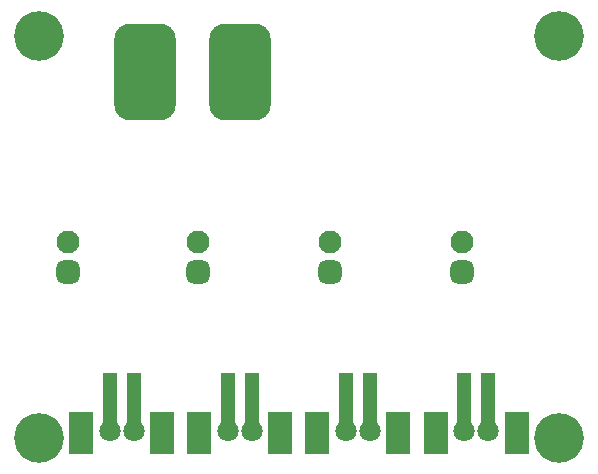
<source format=gbs>
G04 Layer_Color=8150272*
%FSAX25Y25*%
%MOIN*%
G70*
G01*
G75*
%ADD60C,0.16548*%
G04:AMPARAMS|DCode=61|XSize=204.85mil|YSize=322.96mil|CornerRadius=53.21mil|HoleSize=0mil|Usage=FLASHONLY|Rotation=0.000|XOffset=0mil|YOffset=0mil|HoleType=Round|Shape=RoundedRectangle|*
%AMROUNDEDRECTD61*
21,1,0.20485,0.21654,0,0,0.0*
21,1,0.09843,0.32296,0,0,0.0*
1,1,0.10642,0.04921,-0.10827*
1,1,0.10642,-0.04921,-0.10827*
1,1,0.10642,-0.04921,0.10827*
1,1,0.10642,0.04921,0.10827*
%
%ADD61ROUNDEDRECTD61*%
G04:AMPARAMS|DCode=62|XSize=76.9mil|YSize=76.9mil|CornerRadius=21.22mil|HoleSize=0mil|Usage=FLASHONLY|Rotation=270.000|XOffset=0mil|YOffset=0mil|HoleType=Round|Shape=RoundedRectangle|*
%AMROUNDEDRECTD62*
21,1,0.07690,0.03445,0,0,270.0*
21,1,0.03445,0.07690,0,0,270.0*
1,1,0.04245,-0.01722,-0.01722*
1,1,0.04245,-0.01722,0.01722*
1,1,0.04245,0.01722,0.01722*
1,1,0.04245,0.01722,-0.01722*
%
%ADD62ROUNDEDRECTD62*%
%ADD63C,0.07690*%
%ADD64C,0.07099*%
%ADD65C,0.02769*%
%ADD66R,0.08280X0.14200*%
%ADD67R,0.04800X0.22453*%
D60*
X0112811Y0111811D02*
D03*
Y0245669D02*
D03*
X0286039D02*
D03*
Y0111811D02*
D03*
D61*
X0148244Y0233858D02*
D03*
X0179740D02*
D03*
D62*
X0209850Y0167000D02*
D03*
X0165850D02*
D03*
X0122350Y0167000D02*
D03*
X0253850Y0167000D02*
D03*
D63*
X0209850Y0177000D02*
D03*
X0165850D02*
D03*
X0122350Y0177000D02*
D03*
X0253850Y0177000D02*
D03*
D64*
X0215173Y0114173D02*
D03*
X0223047D02*
D03*
X0262417D02*
D03*
X0254543D02*
D03*
X0136433D02*
D03*
X0144307D02*
D03*
X0183677D02*
D03*
X0175803D02*
D03*
D65*
X0139583Y0242913D02*
D03*
Y0240157D02*
D03*
Y0237402D02*
D03*
Y0234646D02*
D03*
Y0231890D02*
D03*
Y0229134D02*
D03*
Y0226378D02*
D03*
Y0223622D02*
D03*
X0156905Y0242913D02*
D03*
Y0240157D02*
D03*
Y0237402D02*
D03*
Y0234646D02*
D03*
Y0231890D02*
D03*
Y0229134D02*
D03*
Y0226378D02*
D03*
Y0223622D02*
D03*
D66*
X0232610Y0113374D02*
D03*
X0205610D02*
D03*
X0193240D02*
D03*
X0166240D02*
D03*
X0153870D02*
D03*
X0126870D02*
D03*
X0271980D02*
D03*
X0244980D02*
D03*
D67*
X0223110Y0122441D02*
D03*
X0215173D02*
D03*
X0183740D02*
D03*
X0175803D02*
D03*
X0144370D02*
D03*
X0136433D02*
D03*
X0262480D02*
D03*
X0254543D02*
D03*
M02*

</source>
